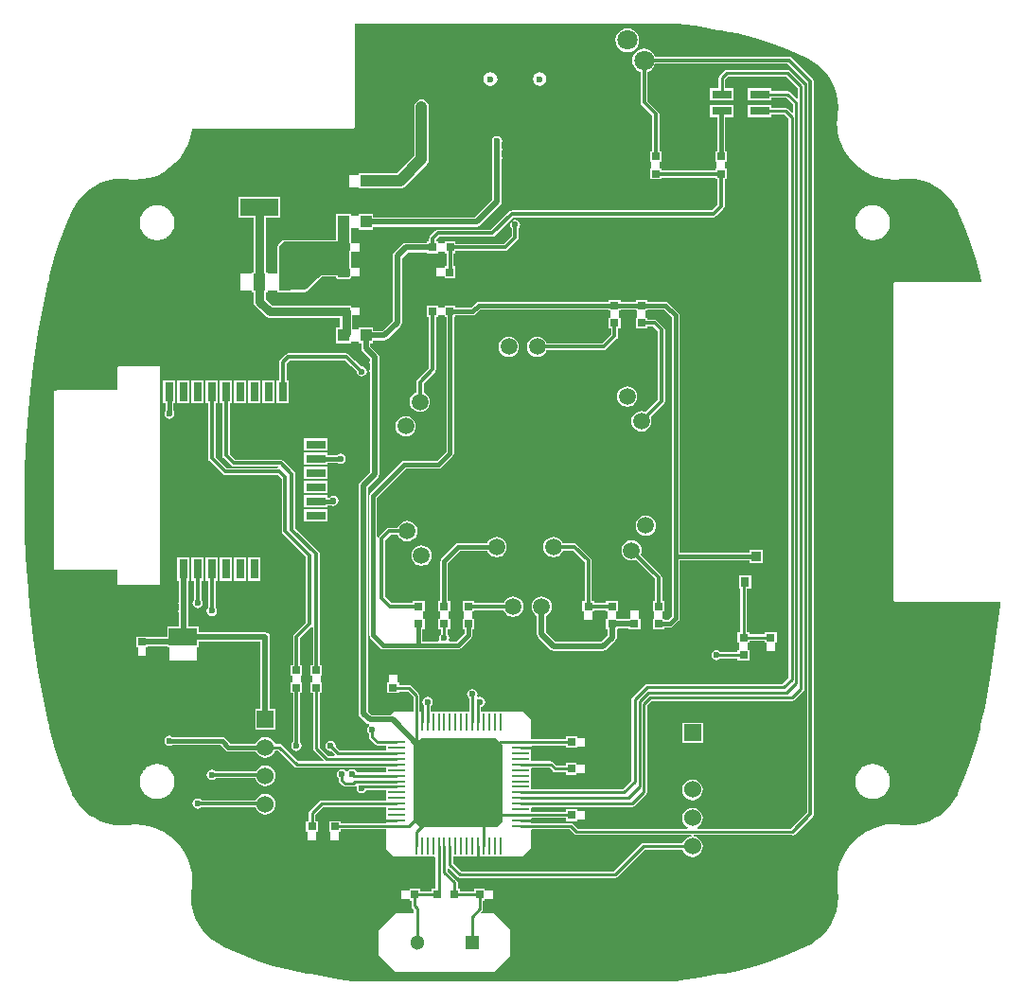
<source format=gtl>
%FSTAX23Y23*%
%MOIN*%
%SFA1B1*%

%IPPOS*%
%ADD10C,0.011810*%
%ADD13C,0.010000*%
%ADD27O,0.009840X0.061020*%
%ADD28O,0.061020X0.009840*%
%ADD29R,0.030000X0.025000*%
%ADD30R,0.025000X0.030000*%
%ADD31R,0.039370X0.043310*%
%ADD32R,0.031500X0.070000*%
%ADD33R,0.070000X0.031500*%
%ADD34R,0.070870X0.031500*%
%ADD35R,0.031500X0.035430*%
%ADD36R,0.035430X0.035430*%
%ADD37R,0.043310X0.061020*%
%ADD38R,0.043310X0.061020*%
%ADD39R,0.135830X0.061020*%
%ADD40R,0.098430X0.062990*%
%ADD62C,0.019680*%
%ADD63C,0.015000*%
%ADD64C,0.030000*%
%ADD65C,0.039370*%
%ADD66R,0.040000X0.216500*%
%ADD67C,0.051180*%
%ADD68R,0.051180X0.051180*%
%ADD69R,0.060000X0.060000*%
%ADD70C,0.060000*%
%ADD71C,0.023620*%
%ADD72C,0.070870*%
%ADD73C,0.059060*%
%LNÑ§Ï°ÐÍºìÍâ×ª·¢Æ÷-1*%
%LPD*%
G36*
X07287Y06624D02*
D01*
X07353Y06615*
X07353Y06615*
X07354Y06615*
X07403Y06607*
X07436Y06601*
X07453Y06599*
X07453Y06598*
X07501Y06589*
X07563Y06573*
X07625Y06553*
X07685Y0653*
X07744Y06504*
X07751Y065*
X07751Y065*
X07762Y06494*
X07783Y06481*
X07801Y06464*
X07818Y06445*
X07832Y06424*
X07843Y06402*
X07851Y06378*
X07856Y06353*
X07858Y06328*
X07856Y06308*
X07856Y06303*
X07855Y06302*
X07855Y06298*
X07854Y06293*
X07854Y06283*
X07853Y06278*
X07853Y06276*
X07853Y06273*
X07855Y06252*
X07855*
X07855Y0625*
X07856Y06247*
X0786Y06224*
X07869Y06199*
X0788Y06175*
X07895Y06153*
X07913Y06133*
X07933Y06115*
X07955Y061*
X07979Y06088*
X08004Y0608*
X0803Y06075*
X08057Y06073*
X08082Y06075*
X08082Y06075*
X08105Y06076*
X0813Y06075*
X08154Y0607*
X08178Y06062*
X082Y06051*
X08221Y06037*
X0824Y06021*
X08256Y06002*
X0827Y05981*
X08277Y05967*
X08279Y05963*
X083Y05915*
X08323Y05856*
X08342Y05795*
X08358Y05733*
X08362Y05716*
X08359Y05712*
X08058Y05712*
X08055Y05712*
X08053Y0571*
X08052Y05708*
X08052Y05706*
Y04595*
X08052Y04592*
X08053Y0459*
X08055Y04589*
X08058Y04588*
X08424*
X08428Y04585*
X08427Y04576*
X08413Y04456*
X08395Y04336*
X08374Y04217*
X0836Y04154*
X0836Y04154*
X08357Y04139*
X08342Y04079*
X08323Y04019*
X083Y0396*
X08279Y03913*
X08277Y03908*
X08275Y03904*
X0827Y03894*
X08256Y03874*
X0824Y03855*
X08221Y03838*
X082Y03825*
X08178Y03814*
X08154Y03806*
X0813Y03801*
X08105Y03799*
X08082Y03801*
X08079Y03801*
X08072Y03802*
X08071Y03802*
X08071Y03802*
X08071Y03802*
X08067Y03802*
X08055Y03803*
X08054Y03803*
X0805Y03803*
Y03803*
Y03803*
X08035Y03802*
X08031Y03802*
X0803Y03802*
X08004Y03796*
X07979Y03788*
X07955Y03776*
X07933Y03761*
X07913Y03744*
X07896Y03724*
X07881Y03702*
X07869Y03678*
X0786Y03653*
X07855Y03627*
X07854Y036*
X07855Y03577*
X07855Y03574*
X07856Y03572*
X07856Y03567*
X07858Y03547*
X07856Y03522*
X07851Y03497*
X07843Y03474*
X07832Y03451*
X07818Y0343*
X07801Y03411*
X07783Y03395*
X07762Y03381*
X07751Y03376*
X07751Y03375*
X07744Y03372*
X07686Y03346*
X07626Y03323*
X07565Y03303*
X07504Y03288*
X07458Y03278*
X07453Y03278*
X07436Y03275*
X0737Y03264*
Y03264*
Y03264*
X0737Y03264*
X07303Y03253*
X07287Y03251*
X06149*
X061Y03258*
X06051Y03266*
X06001Y03275*
X05984Y03278*
X05984Y03278*
X05984Y03278*
X0593Y03289*
X05869Y03304*
X0581Y03323*
X05751Y03346*
X05694Y03371*
X05686Y03375*
X05686Y03376*
X05674Y03382*
X05653Y03395*
X05635Y03412*
X05618Y03431*
X05604Y03451*
X05593Y03474*
X05585Y03497*
X0558Y03522*
X05579Y03547*
X0558Y03567*
X0558Y03572*
X05581Y03577*
X05582Y03583*
X05582Y03583*
Y03583*
X05582Y03583*
X05582Y03588*
X05583Y03601*
X05581Y03624*
X05581Y03627*
X05581Y03629*
X05576Y03653*
X05568Y03678*
X05556Y03702*
X05541Y03723*
X05524Y03743*
X05504Y03761*
X05482Y03775*
X05458Y03787*
X05433Y03796*
X05407Y03801*
X05381Y03802*
X05355Y03801*
X05355Y03801*
X05332Y03799*
X05307Y03801*
X05283Y03806*
X05259Y03814*
X05237Y03825*
X05216Y03838*
X05198Y03855*
X05181Y03874*
X05167Y03894*
X0516Y03908*
X05158Y03913*
X05137Y0396*
X05114Y0402*
X05095Y0408*
X05079Y04142*
X05077Y04154*
X05077Y04154*
X05076Y04159*
X05061Y04227*
X0504Y04343*
X05023Y04459*
X05009Y04576*
X05001Y04675*
X05001Y0468*
X04999Y04697*
X04993Y04817*
X04991Y04937*
X04993Y05057*
X04999Y05177*
X05009Y05297*
X05023Y05416*
X0504Y05534*
X05062Y05653*
X05076Y05717*
X05077Y05721*
X05077Y05721*
X05079Y05733*
X05095Y05795*
X05114Y05856*
X05137Y05915*
X05158Y05963*
X0516Y05967*
X05163Y05971*
X05167Y05981*
X05181Y06002*
X05198Y06021*
X05216Y06037*
X05237Y06051*
X05259Y06062*
X05283Y0607*
X05307Y06075*
X05332Y06076*
X05355Y06075*
X05355Y06075*
X05363Y06074*
X05364Y06074*
X05379Y06073*
X05406Y06075*
X05432Y0608*
X05457Y06088*
X05481Y061*
X05503Y06115*
X05523Y06133*
X05541Y06153*
X05556Y06175*
X05568Y06199*
X05576Y06224*
X05581Y0625*
X05582Y06254*
X06148*
X06151Y06255*
X06153Y06256*
X06154Y06258*
X06155Y06261*
Y06624*
X07287*
X07287Y06624*
G37*
%LNÑ§Ï°ÐÍºìÍâ×ª·¢Æ÷-2*%
%LPC*%
G36*
X07115Y06606D02*
X07104Y06605D01*
X07094Y06601*
X07085Y06594*
X07078Y06585*
X07074Y06575*
X07073Y06565*
X07074Y06554*
X07078Y06544*
X07085Y06535*
X07094Y06528*
X07104Y06524*
X07115Y06523*
X07125Y06524*
X07135Y06528*
X07144Y06535*
X07151Y06544*
X07155Y06554*
X07156Y06565*
X07155Y06575*
X07151Y06585*
X07144Y06594*
X07135Y06601*
X07125Y06605*
X07115Y06606*
G37*
G36*
X06633Y06452D02*
X06623Y0645D01*
X06616Y06445*
X0661Y06437*
X06609Y06428*
X0661Y06419*
X06616Y06411*
X06623Y06406*
X06633Y06404*
X06642Y06406*
X0665Y06411*
X06655Y06419*
X06657Y06428*
X06655Y06437*
X0665Y06445*
X06642Y0645*
X06633Y06452*
G37*
G36*
X06806D02*
X06797Y0645D01*
X06789Y06445*
X06784Y06437*
X06782Y06428*
X06784Y06419*
X06789Y06411*
X06797Y06406*
X06806Y06404*
X06815Y06406*
X06823Y06411*
X06828Y06419*
X0683Y06428*
X06828Y06437*
X06823Y06445*
X06815Y0645*
X06806Y06452*
G37*
G36*
X0639Y06355D02*
X06383Y06355D01*
X06377Y06352*
X06371Y06348*
X06367Y06342*
X06364Y06336*
X06364Y0633*
Y06305*
Y06155*
X06303Y06095*
X0622*
Y06097*
X06168*
Y06091*
X06135*
Y06048*
X06168*
Y06042*
X0622*
Y06043*
X06314*
X06321Y06044*
X06327Y06047*
X06332Y06051*
X06408Y06126*
X06412Y06132*
X06415Y06138*
X06415Y06145*
Y06305*
Y0633*
X06415Y06336*
X06412Y06342*
X06408Y06348*
X06402Y06352*
X06396Y06355*
X0639Y06355*
G37*
G36*
X07979Y05984D02*
X07979D01*
X07979*
X07978Y05984*
X07973*
X07973Y05984*
X07972Y05984*
X07967Y05983*
X07967Y05983*
X07966Y05983*
X07962Y05982*
X07961Y05981*
X0796*
X07956Y0598*
X07955Y05979*
X07955Y05979*
X0795Y05977*
X0795Y05977*
X07949Y05977*
X07945Y05974*
X07945Y05974*
X07944Y05973*
X0794Y05971*
X0794Y0597*
X07939Y0597*
X07936Y05966*
X07935Y05966*
X07935Y05966*
X07932Y05962*
X07931Y05962*
X07931Y05961*
X07928Y05957*
X07928Y05957*
X07927Y05956*
X07925Y05952*
X07925Y05952*
X07924Y05951*
X07922Y05947*
X07922Y05946*
X07922Y05946*
X0792Y05941*
Y0594*
X0792Y0594*
X07919Y05935*
X07919Y05935*
X07918Y05934*
X07918Y05929*
X07918Y05929*
X07917Y05928*
X07917Y05928*
X07917Y05923*
X07917Y05918*
X07917Y05917*
X07918Y05917*
X07918Y05916*
X07918Y05911*
X07919Y05911*
X07919Y0591*
X0792Y05905*
X0792Y05905*
Y05904*
X07922Y059*
X07922Y05899*
X07922Y05899*
X07924Y05894*
X07925Y05894*
X07925Y05893*
X07927Y05889*
X07928Y05888*
X07928Y05888*
X07931Y05884*
X07931Y05884*
X07932Y05883*
X07935Y0588*
X07935Y05879*
X07936Y05879*
X07939Y05875*
X0794Y05875*
X0794Y05874*
X07944Y05872*
X07945Y05871*
X07945Y05871*
X07949Y05868*
X0795Y05868*
X0795Y05868*
X07955Y05866*
X07955Y05866*
X07956Y05866*
X0796Y05864*
X07961*
X07962Y05863*
X07966Y05862*
X07967Y05862*
X07967Y05862*
X07972Y05861*
X07973Y05861*
X07973Y05861*
X07978*
X07979Y05861*
X07979*
X07979*
X07979Y05861*
X07984*
X07985Y05861*
X07986Y05861*
X0799Y05862*
X07991Y05862*
X07991Y05862*
X07996Y05863*
X07997Y05864*
X07997*
X08002Y05866*
X08002Y05866*
X08003Y05866*
X08007Y05868*
X08008Y05868*
X08009Y05868*
X08013Y05871*
X08013Y05871*
X08014Y05872*
X08018Y05874*
X08018Y05875*
X08019Y05875*
X08022Y05879*
X08022Y05879*
X08023Y0588*
X08026Y05883*
X08026Y05884*
X08027Y05884*
X0803Y05888*
X0803Y05888*
X0803Y05889*
X08033Y05893*
X08033Y05894*
X08034Y05894*
X08036Y05899*
X08036Y05899*
X08036Y059*
X08038Y05904*
Y05905*
X08038Y05905*
X08039Y0591*
X08039Y05911*
X08039Y05911*
X0804Y05916*
X0804Y05917*
X0804Y05917*
Y05918*
X0804Y05923*
X0804Y05928*
Y05928*
X0804Y05929*
X0804Y05929*
X08039Y05934*
X08039Y05935*
X08039Y05935*
X08038Y0594*
X08038Y0594*
Y05941*
X08036Y05946*
X08036Y05946*
X08036Y05947*
X08034Y05951*
X08033Y05952*
X08033Y05952*
X0803Y05956*
X0803Y05957*
X0803Y05957*
X08027Y05961*
X08026Y05962*
X08026Y05962*
X08023Y05966*
X08022Y05966*
X08022Y05966*
X08019Y0597*
X08018Y0597*
X08018Y05971*
X08014Y05973*
X08013Y05974*
X08013Y05974*
X08009Y05977*
X08008Y05977*
X08007Y05977*
X08003Y05979*
X08002Y05979*
X08002Y0598*
X07997Y05981*
X07997*
X07996Y05982*
X07991Y05983*
X07991Y05983*
X0799Y05983*
X07986Y05984*
X07985Y05984*
X07984Y05984*
X07979*
X07979Y05984*
G37*
G36*
X05458D02*
X05458D01*
X05458Y05984*
X05453*
X05452Y05984*
X05452Y05984*
X05447Y05983*
X05446Y05983*
X05446Y05983*
X05441Y05982*
X0544Y05981*
X0544*
X05435Y0598*
X05435Y05979*
X05434Y05979*
X0543Y05977*
X05429Y05977*
X05429Y05977*
X05425Y05974*
X05424Y05974*
X05424Y05973*
X0542Y05971*
X05419Y0597*
X05419Y0597*
X05415Y05966*
X05415Y05966*
X05414Y05966*
X05411Y05962*
X05411Y05962*
X0541Y05961*
X05407Y05957*
X05407Y05957*
X05407Y05956*
X05404Y05952*
X05404Y05952*
X05404Y05951*
X05402Y05947*
X05401Y05946*
X05401Y05946*
X05399Y05941*
Y0594*
X05399Y0594*
X05398Y05935*
X05398Y05935*
X05398Y05934*
X05397Y05929*
X05397Y05929*
X05397Y05928*
Y05928*
X05397Y05923*
X05397Y05918*
Y05917*
X05397Y05917*
X05397Y05916*
X05398Y05911*
X05398Y05911*
X05398Y0591*
X05399Y05905*
X05399Y05905*
Y05904*
X05401Y059*
X05401Y05899*
X05402Y05899*
X05404Y05894*
X05404Y05894*
X05404Y05893*
X05407Y05889*
X05407Y05888*
X05407Y05888*
X0541Y05884*
X05411Y05884*
X05411Y05883*
X05414Y0588*
X05415Y05879*
X05415Y05879*
X05419Y05875*
X05419Y05875*
X0542Y05874*
X05424Y05872*
X05424Y05871*
X05425Y05871*
X05429Y05868*
X05429Y05868*
X0543Y05868*
X05434Y05866*
X05435Y05866*
X05435Y05866*
X0544Y05864*
X0544*
X05441Y05863*
X05446Y05862*
X05446Y05862*
X05447Y05862*
X05452Y05861*
X05452Y05861*
X05453Y05861*
X05458*
X05458Y05861*
X05458*
X05459Y05861*
X05464*
X05464Y05861*
X05465Y05861*
X0547Y05862*
X0547Y05862*
X05471Y05862*
X05476Y05863*
X05476Y05864*
X05477*
X05481Y05866*
X05482Y05866*
X05482Y05866*
X05487Y05868*
X05487Y05868*
X05488Y05868*
X05492Y05871*
X05493Y05871*
X05493Y05872*
X05497Y05874*
X05497Y05875*
X05498Y05875*
X05501Y05879*
X05502Y05879*
X05502Y0588*
X05506Y05883*
X05506Y05884*
X05506Y05884*
X05509Y05888*
X05509Y05888*
X0551Y05889*
X05512Y05893*
X05513Y05894*
X05513Y05894*
X05515Y05899*
X05515Y05899*
X05515Y059*
X05517Y05904*
Y05905*
X05518Y05905*
X05519Y0591*
X05519Y05911*
X05519Y05911*
X0552Y05916*
X0552Y05917*
X0552Y05917*
Y05918*
X0552Y05923*
X0552Y05928*
Y05928*
X0552Y05929*
X0552Y05929*
X05519Y05934*
X05519Y05935*
X05519Y05935*
X05518Y0594*
X05517Y0594*
Y05941*
X05515Y05946*
X05515Y05946*
X05515Y05947*
X05513Y05951*
X05513Y05952*
X05512Y05952*
X0551Y05956*
X05509Y05957*
X05509Y05957*
X05506Y05961*
X05506Y05962*
X05506Y05962*
X05502Y05966*
X05502Y05966*
X05501Y05966*
X05498Y0597*
X05497Y0597*
X05497Y05971*
X05493Y05973*
X05493Y05974*
X05492Y05974*
X05488Y05977*
X05487Y05977*
X05487Y05977*
X05482Y05979*
X05482Y05979*
X05481Y0598*
X05477Y05981*
X05476*
X05476Y05982*
X05471Y05983*
X0547Y05983*
X0547Y05983*
X05465Y05984*
X05464Y05984*
X05464Y05984*
X05459*
X05458Y05984*
G37*
G36*
X07174Y06535D02*
X07163Y06534D01*
X07153Y0653*
X07144Y06523*
X07137Y06515*
X07133Y06504*
X07132Y06494*
X07133Y06483*
X07137Y06473*
X07144Y06464*
X07153Y06457*
X07161Y06454*
Y06345*
X07162Y06341*
X07165Y06337*
X07202Y06299*
Y06174*
X07194*
Y06137*
X072*
Y06112*
X07194*
Y06075*
X07236*
Y06081*
X07424*
Y06075*
X07432*
Y05985*
X07413Y05965*
X06708*
X06704Y05964*
X067Y05962*
X06634Y05897*
X06447*
X06442Y05896*
X06439Y05893*
X0642Y05875*
X06417Y05871*
X06416Y05866*
Y05856*
X0641*
Y05851*
X06335*
X06328Y05849*
X06323Y05846*
X06293Y05816*
X0629Y05811*
X06288Y05805*
Y05576*
X06253Y05541*
X0622*
Y05552*
X06168*
Y05546*
X06145*
Y05595*
X06171*
Y05624*
X06142*
Y05631*
X06126*
X06124Y05631*
X05863*
X05841Y05653*
Y05675*
X05847*
Y05683*
X05882*
Y05675*
X05938*
Y05678*
X0598*
X05986Y0568*
X05991Y05683*
X0604Y05732*
X06088*
Y0573*
X0609Y05725*
X06095Y05723*
X06135*
X06139Y05725*
X0614Y05727*
X06142*
Y05734*
X06171*
Y05763*
X06142*
Y05769*
X06141*
Y05814*
X06142*
Y0582*
X06171*
Y05849*
X06142*
Y05856*
X06141*
Y05903*
X06168*
Y05897*
X0622*
Y05908*
X06585*
X06591Y0591*
X06596Y05913*
X06668Y05985*
X06671Y0599*
X06672Y05996*
Y06142*
X06673Y06143*
X06674Y0615*
X06673Y06156*
X06672Y06157*
Y06172*
X06673Y06173*
X06674Y0618*
X06673Y06186*
X06672Y06187*
Y06202*
X06673Y06203*
X06674Y0621*
X06673Y06216*
X06669Y06222*
X06663Y06226*
X06656Y06228*
X06649Y06226*
X06643Y06222*
X0664Y06216*
X06638Y0621*
X0664Y06203*
X0664Y06202*
Y06187*
X0664Y06186*
X06638Y0618*
X0664Y06173*
X0664Y06172*
Y06157*
X0664Y06156*
X06638Y0615*
X0664Y06143*
X0664Y06142*
Y06003*
X06578Y05941*
X0622*
Y05952*
X06168*
Y05946*
X06141*
X06141Y05946*
Y05952*
X06135*
X06135Y05952*
X06095*
X06094Y05952*
X06089*
Y05949*
X06088Y05946*
Y05861*
X05905*
X059Y05859*
X05885Y05844*
X05883Y0584*
Y05748*
X05882*
Y05742*
X05847*
Y05748*
X05841*
Y05941*
X05893*
Y06014*
X05746*
Y05941*
X05798*
Y05748*
X05792*
Y05742*
X05752*
Y05683*
X05792*
Y05675*
X05798*
Y05644*
X058Y05636*
X05804Y05629*
X05839Y05594*
X05846Y0559*
X05854Y05588*
X06102*
Y05552*
X06089*
Y05497*
X06141*
Y05503*
X06168*
Y05497*
X06178*
Y0548*
X06179Y05474*
X06182Y05469*
X06208Y05443*
Y05437*
X06208Y05436*
X06206Y0543*
X06208Y05423*
X06208Y05422*
Y05408*
X06208Y05407*
X06206Y054*
X06208Y05393*
X06208Y05392*
Y05041*
X06173Y05006*
X0617Y05001*
X06168Y04995*
Y04194*
X0617Y04187*
X06173Y04182*
X06195Y0416*
X062Y04157*
X06205Y04156*
X06206Y04151*
X06203Y04148*
X06199Y04142*
X06197Y04136*
X06199Y04129*
X06203Y04123*
X06204Y04122*
Y04111*
X06205Y04107*
X06208Y04103*
X06227Y04084*
X0623Y04082*
X06235Y04081*
X06266*
Y04074*
X06265Y04072*
X06266Y04071*
Y04064*
X06101*
X06087Y04078*
X06088Y0408*
X06086Y04086*
X06082Y04092*
X06076Y04096*
X0607Y04098*
X06063Y04096*
X06057Y04092*
X06053Y04086*
X06051Y0408*
X06053Y04073*
X06057Y04067*
X06063Y04063*
X0607Y04061*
X06071Y04062*
X06084Y04049*
X06082Y04044*
X06061*
X06031Y04074*
Y04265*
X0604*
Y04302*
X06034*
Y04327*
X0604*
Y04364*
X06031*
Y04755*
X06031Y04759*
X06028Y04763*
X05945Y04846*
Y05036*
X05944Y05041*
X05942Y05045*
X05903Y05083*
X05899Y05086*
X05895Y05087*
X05735*
X05714Y05108*
Y05286*
X05723*
Y05368*
X0568*
Y05286*
X05689*
Y05102*
X0569Y05098*
X05693Y05094*
X05721Y05066*
X05725Y05063*
X0573Y05062*
X05885*
X05886Y05062*
X05886Y05062*
X05883Y05057*
X05705*
X05664Y05098*
Y05286*
X05673*
Y05368*
X0563*
Y05286*
X05639*
Y05092*
X0564Y05088*
X05643Y05084*
X05691Y05036*
X05695Y05033*
X057Y05032*
X05884*
X05897Y05019*
Y04835*
X05898Y0483*
X05901Y04826*
X05982Y04744*
Y04514*
X05941Y04472*
X05938Y04468*
X05937Y04463*
Y04364*
X05928*
Y04327*
X05935*
Y04302*
X05928*
Y04265*
X05937*
Y04093*
X05936Y04092*
X05933Y04086*
X05931Y0408*
X05933Y04073*
X05936Y04067*
X05942Y04063*
X05949Y04061*
X05956Y04063*
X05962Y04067*
X05966Y04073*
X05967Y0408*
X05966Y04086*
X05962Y04092*
X05961Y04093*
Y04265*
X0597*
Y04302*
X05964*
Y04327*
X0597*
Y04364*
X05961*
Y04458*
X06002Y04499*
X06006Y04498*
X06007Y04497*
Y04364*
X05998*
Y04327*
X06005*
Y04302*
X05998*
Y04265*
X06008*
Y0407*
X06009Y04065*
X06011Y04062*
X06044Y0403*
X06041Y04025*
X05955*
X05898Y04082*
X05894Y04085*
X0589Y04085*
X05874*
X05871Y04092*
X05865Y041*
X05858Y04106*
X05849Y04109*
X0584Y04111*
X0583Y04109*
X05821Y04106*
X05814Y041*
X05808Y04092*
X05806Y04088*
X05716*
X05697Y04107*
X05692Y0411*
X05687Y04111*
X05513*
X05509Y04114*
X05502Y04115*
X05495Y04114*
X05489Y0411*
X05485Y04104*
X05484Y04097*
X05485Y0409*
X05489Y04084*
X05495Y0408*
X05502Y04079*
X05509Y0408*
X05513Y04083*
X05681*
X057Y04064*
X05705Y04061*
X0571Y0406*
X05806*
X05808Y04056*
X05814Y04049*
X05821Y04043*
X0583Y04039*
X0584Y04038*
X05849Y04039*
X05858Y04043*
X05865Y04049*
X05871Y04056*
X05874Y04063*
X05885*
X05943Y04005*
X05946Y04003*
X05951Y04002*
X06266*
Y03995*
X06265Y03994*
X06266Y03992*
Y03985*
X06161*
X06161Y03986*
X06157Y03992*
X06151Y03996*
X06145Y03997*
X06138Y03996*
X06132Y03992*
X0613Y03989*
X06124*
X06122Y03992*
X06116Y03996*
X0611Y03997*
X06103Y03996*
X06097Y03992*
X06093Y03986*
X06091Y03979*
X06093Y03972*
X06097Y03966*
X06098Y03965*
Y03958*
X06099Y03954*
X06102Y0395*
X06113Y03939*
X06117Y03936*
X06121Y03935*
Y03935*
X06148*
Y03935*
X06152Y03936*
X06156Y03939*
X06157Y0394*
X06158Y0394*
X06159Y0394*
X06162Y03934*
X06161Y03931*
X06163Y03924*
X06167Y03918*
X06173Y03914*
X0618Y03912*
X06186Y03914*
X06192Y03918*
X06196Y03923*
X06266*
Y03916*
X06265Y03915*
X06266Y03914*
Y03897*
X06265Y03895*
X06266Y03894*
Y03887*
X06037*
X06032Y03886*
X06029Y03884*
X05996Y0385*
X05993Y03847*
X05992Y03843*
Y03814*
X05983*
Y03777*
X05989*
Y03748*
X06018*
Y03777*
X06025*
Y03814*
X06015*
Y03838*
X06041Y03864*
X06266*
Y03857*
X06265Y03856*
X06266Y03855*
Y03837*
X06265Y03836*
X06266Y03835*
Y03808*
X06106*
Y03814*
X06064*
Y03777*
X0607*
Y03748*
X06099*
Y03777*
X06106*
Y03786*
X06266*
Y03716*
X06292Y0369*
X06436*
X06439Y03686*
Y03576*
X06425*
Y03566*
X06384*
Y03576*
X06347*
Y03569*
X06318*
Y0354*
X06347*
Y03534*
X06354*
Y03516*
X06355Y03511*
X06358Y03508*
X06363Y03502*
Y03489*
X06299*
X06239Y03429*
Y03341*
X06298Y03282*
X06644*
X06703Y03341*
Y03431*
X06645Y03489*
X066*
X06598Y03493*
X06601Y03497*
X06604Y035*
X06605Y03505*
Y03534*
X06612*
Y0354*
X06641*
Y03569*
X06612*
Y03576*
X06575*
Y03566*
X06524*
Y03576*
X06517*
Y03599*
X06516Y03603*
X06513Y03606*
X06482Y03638*
Y03646*
X06487Y03648*
X06517Y03618*
X0652Y03615*
X06525Y03614*
X07072*
X07076Y03615*
X07079Y03618*
X07175Y03713*
X0731*
X07313Y03706*
X07319Y03699*
X07326Y03693*
X07335Y03689*
X07345Y03688*
X07354Y03689*
X07363Y03693*
X0737Y03699*
X07376Y03706*
X0738Y03715*
X07381Y03725*
X0738Y03734*
X07376Y03743*
X0737Y0375*
X07363Y03756*
X07354Y0376*
X07349Y0376*
X07349Y03765*
X07692*
X07697Y03764*
X07701Y03765*
X07705Y03768*
X07768Y03831*
X07771Y03835*
X07772Y0384*
Y0642*
X07771Y06424*
X07768Y06428*
X07694Y06502*
X0769Y06505*
X07685Y06506*
X07213*
X0721Y06515*
X07203Y06523*
X07194Y0653*
X07184Y06534*
X07174Y06535*
G37*
G36*
X0592Y05462D02*
X05915Y05461D01*
X05911Y05458*
X05893Y0544*
X0589Y05436*
X05889Y05431*
Y05368*
X0588*
Y05286*
X05923*
Y05368*
X05914*
Y05426*
X05925Y05437*
X0612*
X06161Y05399*
X06161Y05398*
X06163Y05391*
X06167Y05386*
X06173Y05382*
X0618Y0538*
X06186Y05382*
X06192Y05386*
X06196Y05391*
X06198Y05398*
X06196Y05405*
X06192Y05411*
X06186Y05415*
X0618Y05417*
X06178Y05416*
X06133Y05458*
X06131Y0546*
X06129Y05461*
X06129Y05461*
X06129Y05461*
X06126Y05461*
X06124Y05462*
X0592*
G37*
G36*
X05873Y05368D02*
X0583D01*
Y05286*
X05873*
Y05368*
G37*
G36*
X05823D02*
X0578D01*
Y05286*
X05823*
Y05368*
G37*
G36*
X05773D02*
X0573D01*
Y05286*
X05773*
Y05368*
G37*
G36*
X05623D02*
X0558D01*
Y05286*
X05623*
Y05368*
G37*
G36*
X05573D02*
X0553D01*
Y05286*
X05573*
Y05368*
G37*
G36*
X05523D02*
X0548D01*
Y05286*
X05488*
Y0526*
X05485Y05256*
X05484Y0525*
X05485Y05243*
X05489Y05237*
X05495Y05233*
X05502Y05231*
X05509Y05233*
X05515Y05237*
X05519Y05243*
X0552Y0525*
X05519Y05256*
X05515Y05262*
Y05286*
X05523*
Y05368*
G37*
G36*
X06058Y05162D02*
X05976D01*
Y05119*
X06058*
Y05162*
G37*
G36*
Y05112D02*
X05976D01*
Y05069*
X06058*
Y05077*
X06093*
X06098Y05074*
X06105Y05072*
X06111Y05074*
X06117Y05078*
X06121Y05084*
X06123Y0509*
X06121Y05097*
X06117Y05103*
X06111Y05107*
X06105Y05109*
X06098Y05107*
X06093Y05104*
X06058*
Y05112*
G37*
G36*
Y05062D02*
X05976D01*
Y05019*
X06058*
Y05062*
G37*
G36*
Y05012D02*
X05976D01*
Y04969*
X06058*
Y05012*
G37*
G36*
Y04962D02*
X05976D01*
Y04919*
X06058*
Y04927*
X06071*
X06073Y04926*
X0608Y04924*
X06086Y04926*
X06092Y0493*
X06096Y04936*
X06098Y04943*
X06096Y04949*
X06092Y04955*
X06086Y04959*
X0608Y04961*
X06073Y04959*
X06067Y04955*
X06066Y04954*
X06058*
Y04962*
G37*
G36*
Y04912D02*
X05976D01*
Y04869*
X06058*
Y04912*
G37*
G36*
X05823Y04743D02*
X0578D01*
Y04661*
X05823*
Y04743*
G37*
G36*
X05773D02*
X0573D01*
Y04661*
X05773*
Y04743*
G37*
G36*
X05723D02*
X0568D01*
Y04661*
X05723*
Y04743*
G37*
G36*
X0547Y05415D02*
X05322D01*
X0532Y05412*
Y05334*
X0511*
X05106Y05333*
X05103Y05331*
X05094*
Y047*
X0532*
Y04645*
X05465*
X0547Y04649*
Y05415*
G37*
G36*
X05623Y04743D02*
X0558D01*
Y04661*
X05589*
Y04595*
X05589Y04594*
X05585Y04588*
X05583Y04582*
X05585Y04575*
X05589Y04569*
X05595Y04565*
X05602Y04563*
X05608Y04565*
X05614Y04569*
X05618Y04575*
X0562Y04582*
X05618Y04588*
X05614Y04594*
X05614Y04595*
Y04661*
X05623*
Y04743*
G37*
G36*
X05673D02*
X0563D01*
Y04661*
X05639*
Y04568*
X05639Y04568*
X05635Y04562*
X05633Y04555*
X05635Y04548*
X05639Y04542*
X05645Y04538*
X05652Y04537*
X05658Y04538*
X05664Y04542*
X05668Y04548*
X0567Y04555*
X05668Y04562*
X05664Y04568*
X05664Y04568*
Y04661*
X05673*
Y04743*
G37*
G36*
X05573D02*
X0553D01*
Y04661*
X05535*
Y04589*
X05535Y04588*
X05533Y04582*
X05535Y04575*
X05535Y04574*
Y04561*
X05535Y0456*
X05533Y04554*
X05535Y04547*
X05535Y04546*
Y04501*
X05494*
Y04462*
X05426*
Y04464*
X05384*
Y04427*
X05391*
Y04398*
X0542*
Y04427*
X05426*
Y04429*
X05494*
Y04426*
X05501*
Y04379*
X05599*
Y04426*
X05605*
Y04447*
X05823*
Y0421*
X05804*
Y04138*
X05876*
Y0421*
X05856*
Y04464*
X05854Y0447*
X05851Y04475*
X05846Y04478*
X0584Y0448*
X05605*
Y04501*
X05568*
Y04546*
X05568Y04547*
X0557Y04554*
X05568Y0456*
X05568Y04561*
Y04574*
X05568Y04575*
X0557Y04582*
X05568Y04588*
X05568Y04589*
Y04661*
X05573*
Y04743*
G37*
G36*
X07979Y04015D02*
X07979D01*
X07979*
X07978Y04015*
X07973*
X07973Y04015*
X07972Y04015*
X07967Y04014*
X07967Y04014*
X07966Y04014*
X07962Y04013*
X07961Y04013*
X0796*
X07956Y04011*
X07955Y04011*
X07955Y0401*
X0795Y04008*
X0795Y04008*
X07949Y04008*
X07945Y04005*
X07945Y04005*
X07944Y04005*
X0794Y04002*
X0794Y04001*
X07939Y04001*
X07936Y03998*
X07935Y03997*
X07935Y03997*
X07932Y03993*
X07931Y03993*
X07931Y03992*
X07928Y03988*
X07928Y03988*
X07927Y03987*
X07925Y03983*
X07925Y03983*
X07924Y03982*
X07922Y03978*
X07922Y03977*
X07922Y03977*
X0792Y03972*
Y03972*
X0792Y03971*
X07919Y03966*
X07919Y03966*
X07918Y03965*
X07918Y0396*
X07918Y0396*
X07917Y03959*
Y03959*
X07917Y03954*
X07917Y03949*
X07917Y03948*
X07918Y03948*
X07918Y03947*
X07918Y03942*
X07919Y03942*
X07919Y03941*
X0792Y03936*
X0792Y03936*
Y03935*
X07922Y03931*
X07922Y0393*
X07922Y0393*
X07924Y03925*
X07925Y03925*
X07925Y03924*
X07927Y0392*
X07928Y0392*
X07928Y03919*
X07931Y03915*
X07931Y03915*
X07932Y03914*
X07935Y03911*
X07935Y0391*
X07936Y0391*
X07939Y03906*
X0794Y03906*
X0794Y03906*
X07944Y03903*
X07945Y03903*
X07945Y03902*
X07949Y039*
X0795Y03899*
X0795Y03899*
X07955Y03897*
X07955Y03897*
X07956Y03897*
X0796Y03895*
X07961*
X07962Y03894*
X07966Y03894*
X07967Y03893*
X07967Y03893*
X07972Y03892*
X07973Y03892*
X07973Y03892*
X07978*
X07979Y03892*
X07979*
X07979*
X07979Y03892*
X07984*
X07985Y03892*
X07986Y03892*
X0799Y03893*
X07991Y03893*
X07991Y03894*
X07996Y03894*
X07997Y03895*
X07997*
X08002Y03897*
X08002Y03897*
X08003Y03897*
X08007Y03899*
X08008Y03899*
X08009Y039*
X08013Y03902*
X08013Y03903*
X08014Y03903*
X08018Y03906*
X08018Y03906*
X08019Y03906*
X08022Y0391*
X08022Y0391*
X08023Y03911*
X08026Y03914*
X08026Y03915*
X08027Y03915*
X0803Y03919*
X0803Y0392*
X0803Y0392*
X08033Y03924*
X08033Y03925*
X08034Y03925*
X08036Y0393*
X08036Y0393*
X08036Y03931*
X08038Y03935*
Y03936*
X08038Y03936*
X08039Y03941*
X08039Y03942*
X08039Y03942*
X0804Y03947*
X0804Y03948*
X0804Y03948*
Y03949*
X0804Y03954*
X0804Y03959*
Y03959*
X0804Y0396*
X0804Y0396*
X08039Y03965*
X08039Y03966*
X08039Y03966*
X08038Y03971*
X08038Y03972*
Y03972*
X08036Y03977*
X08036Y03977*
X08036Y03978*
X08034Y03982*
X08033Y03983*
X08033Y03983*
X0803Y03987*
X0803Y03988*
X0803Y03988*
X08027Y03992*
X08026Y03993*
X08026Y03993*
X08023Y03997*
X08022Y03997*
X08022Y03998*
X08019Y04001*
X08018Y04001*
X08018Y04002*
X08014Y04005*
X08013Y04005*
X08013Y04005*
X08009Y04008*
X08008Y04008*
X08007Y04008*
X08003Y0401*
X08002Y04011*
X08002Y04011*
X07997Y04013*
X07997*
X07996Y04013*
X07991Y04014*
X07991Y04014*
X0799Y04014*
X07986Y04015*
X07985Y04015*
X07984Y04015*
X07979Y04015*
X07979Y04015*
G37*
G36*
X05458D02*
X05458D01*
X05458Y04015*
X05453*
X05452Y04015*
X05452Y04015*
X05447Y04014*
X05446Y04014*
X05446Y04014*
X05441Y04013*
X0544Y04013*
X0544*
X05435Y04011*
X05435Y04011*
X05434Y0401*
X0543Y04008*
X05429Y04008*
X05429Y04008*
X05425Y04005*
X05424Y04005*
X05424Y04005*
X0542Y04002*
X05419Y04001*
X05419Y04001*
X05415Y03998*
X05415Y03997*
X05414Y03997*
X05411Y03993*
X05411Y03993*
X0541Y03992*
X05407Y03988*
X05407Y03988*
X05407Y03987*
X05404Y03983*
X05404Y03983*
X05404Y03982*
X05402Y03978*
X05401Y03977*
X05401Y03977*
X05399Y03972*
Y03972*
X05399Y03971*
X05398Y03966*
X05398Y03966*
X05398Y03965*
X05397Y0396*
X05397Y0396*
X05397Y03959*
Y03959*
X05397Y03954*
X05397Y03949*
Y03948*
X05397Y03948*
X05397Y03947*
X05398Y03942*
X05398Y03942*
X05398Y03941*
X05399Y03936*
X05399Y03936*
Y03935*
X05401Y03931*
X05401Y0393*
X05402Y0393*
X05404Y03925*
X05404Y03925*
X05404Y03924*
X05407Y0392*
X05407Y0392*
X05407Y03919*
X0541Y03915*
X05411Y03915*
X05411Y03914*
X05414Y03911*
X05415Y0391*
X05415Y0391*
X05419Y03906*
X05419Y03906*
X0542Y03906*
X05424Y03903*
X05424Y03903*
X05425Y03902*
X05429Y039*
X05429Y03899*
X0543Y03899*
X05434Y03897*
X05435Y03897*
X05435Y03897*
X0544Y03895*
X0544*
X05441Y03894*
X05446Y03894*
X05446Y03893*
X05447Y03893*
X05452Y03892*
X05452Y03892*
X05453Y03892*
X05458*
X05458Y03892*
X05458*
X05459Y03892*
X05464*
X05464Y03892*
X05465Y03892*
X0547Y03893*
X0547Y03893*
X05471Y03894*
X05476Y03894*
X05476Y03895*
X05477*
X05481Y03897*
X05482Y03897*
X05482Y03897*
X05487Y03899*
X05487Y03899*
X05488Y039*
X05492Y03902*
X05493Y03903*
X05493Y03903*
X05497Y03906*
X05497Y03906*
X05498Y03906*
X05501Y0391*
X05502Y0391*
X05502Y03911*
X05506Y03914*
X05506Y03915*
X05506Y03915*
X05509Y03919*
X05509Y0392*
X0551Y0392*
X05512Y03924*
X05513Y03925*
X05513Y03925*
X05515Y0393*
X05515Y0393*
X05515Y03931*
X05517Y03935*
Y03936*
X05518Y03936*
X05519Y03941*
X05519Y03942*
X05519Y03942*
X0552Y03947*
X0552Y03948*
X0552Y03948*
Y03949*
X0552Y03954*
X0552Y03959*
Y03959*
X0552Y0396*
X0552Y0396*
X05519Y03965*
X05519Y03966*
X05519Y03966*
X05518Y03971*
X05517Y03972*
Y03972*
X05515Y03977*
X05515Y03977*
X05515Y03978*
X05513Y03982*
X05513Y03983*
X05512Y03983*
X0551Y03987*
X05509Y03988*
X05509Y03988*
X05506Y03992*
X05506Y03993*
X05506Y03993*
X05502Y03997*
X05502Y03997*
X05501Y03998*
X05498Y04001*
X05497Y04001*
X05497Y04002*
X05493Y04005*
X05493Y04005*
X05492Y04005*
X05488Y04008*
X05487Y04008*
X05487Y04008*
X05482Y0401*
X05482Y04011*
X05481Y04011*
X05477Y04013*
X05476*
X05476Y04013*
X05471Y04014*
X0547Y04014*
X0547Y04014*
X05465Y04015*
X05464Y04015*
X05464Y04015*
X05459Y04015*
X05458Y04015*
G37*
G36*
X0584Y04011D02*
X0583Y04009D01*
X05821Y04006*
X05814Y04*
X05808Y03992*
X05807Y03989*
X05665*
X05664Y0399*
X05658Y03994*
X05652Y03995*
X05645Y03994*
X05639Y0399*
X05635Y03984*
X05633Y03977*
X05635Y0397*
X05639Y03964*
X05645Y0396*
X05652Y03959*
X05658Y0396*
X05664Y03964*
X05665Y03965*
X05804*
X05808Y03956*
X05814Y03949*
X05821Y03943*
X0583Y03939*
X0584Y03938*
X05849Y03939*
X05858Y03943*
X05865Y03949*
X05871Y03956*
X05875Y03965*
X05876Y03974*
X05875Y03984*
X05871Y03992*
X05865Y04*
X05858Y04006*
X05849Y04009*
X0584Y04011*
G37*
G36*
Y03911D02*
X0583Y03909D01*
X05821Y03906*
X05814Y039*
X05808Y03892*
X05806Y03888*
X05615*
X05614Y03889*
X05608Y03893*
X05602Y03894*
X05595Y03893*
X05589Y03889*
X05585Y03883*
X05583Y03876*
X05585Y03869*
X05589Y03863*
X05595Y03859*
X05602Y03858*
X05608Y03859*
X05614Y03863*
X05615Y03864*
X05805*
X05808Y03856*
X05814Y03849*
X05821Y03843*
X0583Y03839*
X0584Y03838*
X05849Y03839*
X05858Y03843*
X05865Y03849*
X05871Y03856*
X05875Y03865*
X05876Y03874*
X05875Y03884*
X05871Y03892*
X05865Y039*
X05858Y03906*
X05849Y03909*
X0584Y03911*
G37*
%LNÑ§Ï°ÐÍºìÍâ×ª·¢Æ÷-3*%
%LPD*%
G36*
X06125Y0585D02*
X06124Y05849D01*
Y05748*
X06033*
X05976Y05691*
X0589Y05698*
Y0584*
X05905Y05855*
X0612*
X06125Y0585*
G37*
G36*
X07747Y06414D02*
Y03845D01*
X07691Y03788*
X07363*
X07362Y03793*
X07363Y03793*
X0737Y03799*
X07376Y03806*
X0738Y03815*
X07381Y03825*
X0738Y03834*
X07376Y03843*
X0737Y0385*
X07363Y03856*
X07354Y0386*
X07345Y03861*
X07335Y0386*
X07326Y03856*
X07319Y0385*
X07313Y03843*
X07309Y03834*
X07308Y03825*
X07309Y03815*
X07313Y03806*
X07319Y03799*
X07326Y03793*
X07327Y03793*
X07326Y03788*
X0694*
X06923Y03805*
X06919Y03807*
X06915Y03808*
X06776*
Y03821*
X06779Y03825*
X069*
Y03814*
X06937*
Y0382*
X06966*
Y03849*
X06937*
Y03856*
X069*
Y03847*
X06776*
Y03861*
X06779Y03864*
X07133*
X07137Y03865*
X07141Y03868*
X0718Y03908*
X07183Y03911*
X07184Y03916*
Y04223*
X07198Y04238*
X07694*
X07698Y04239*
X07702Y04241*
X07734Y04273*
X07737Y04277*
X07738Y04281*
Y06403*
X07737Y06407*
X07734Y06411*
X07687Y06457*
X07684Y0646*
X0768Y06461*
X07465*
X0746Y0646*
X07457Y06457*
X0744Y06441*
X07437Y06437*
X07436Y06433*
Y06396*
X07406*
Y06352*
X07489*
Y06396*
X07459*
Y06428*
X07469Y06438*
X07675*
X07715Y06398*
Y06361*
X07711Y06359*
X07688Y06382*
X07684Y06384*
X0768Y06385*
X07623*
Y06396*
X0754*
Y06352*
X07623*
Y06363*
X07675*
X07698Y0634*
Y06311*
X07694Y06309*
X0768Y06323*
X07676Y06325*
X07672Y06326*
X07623*
Y06337*
X0754*
Y06293*
X07623*
Y06304*
X07667*
X07682Y06289*
Y04318*
X0766Y04296*
X07184*
X07179Y04295*
X07176Y04292*
X07133Y04249*
X0713Y04246*
X07129Y04242*
Y03958*
X07097Y03926*
X06776*
Y03999*
X06779Y04002*
X06841*
X06853Y03991*
X06856Y03988*
X06861Y03987*
Y03987*
X06898*
Y03978*
X06935*
Y03984*
X06965*
Y04013*
X06935*
Y0402*
X06898*
Y0401*
X06865*
X06854Y04021*
X0685Y04024*
X06846Y04025*
X06776*
Y04078*
X06779Y04081*
X069*
Y04072*
X06937*
Y04078*
X06966*
Y04107*
X06937*
Y04114*
X069*
Y04104*
X06776*
Y04173*
X06749Y042*
X066*
Y04217*
X06602Y04217*
X06608Y04221*
X06612Y04227*
X06614Y04234*
X06612Y04241*
X06608Y04247*
X06602Y04251*
X06596Y04252*
X06589Y04251*
X06587Y04253*
X06585Y04255*
X06587Y04262*
X06585Y04268*
X06581Y04274*
X06575Y04278*
X06569Y0428*
X06562Y04278*
X06556Y04274*
X06552Y04268*
X0655Y04262*
X06552Y04255*
X06556Y04249*
X06558Y04247*
Y04203*
X06554Y042*
X06422*
Y0422*
X06424Y04221*
X06428Y04227*
X06429Y04234*
X06428Y04241*
X06424Y04247*
X06418Y04251*
X06411Y04252*
X06404Y04251*
X06398Y04247*
X06394Y04241*
X06393Y04234*
X06394Y04227*
X06398Y04221*
X064Y0422*
Y04203*
X06396Y042*
X06383*
Y04257*
X06382Y04261*
X0638Y04264*
X06354Y0429*
X0635Y04293*
X06346Y04294*
X06311*
Y04302*
X06304*
Y04331*
X06275*
Y04302*
X06269*
Y04265*
X06311*
Y04271*
X06341*
X06361Y04252*
Y04203*
X06357Y042*
X06293*
X06281Y04188*
X06213*
X06201Y042*
Y04988*
X06236Y05023*
X06239Y05028*
X06241Y05035*
Y05392*
X06241Y05393*
X06243Y054*
X06241Y05407*
X06241Y05408*
Y05422*
X06241Y05423*
X06243Y0543*
X06241Y05436*
X06241Y05437*
Y0545*
X06239Y05456*
X06236Y05461*
X0621Y05487*
Y05497*
X0622*
Y05508*
X0626*
X06266Y0551*
X06271Y05513*
X06316Y05558*
X06319Y05563*
X06321Y0557*
Y05798*
X06341Y05818*
X0641*
Y05814*
X06447*
Y0582*
X06472*
Y05814*
X06478*
Y05769*
X06472*
Y05763*
X06443*
Y05734*
X06472*
Y05727*
X06509*
Y05769*
X06503*
Y05814*
X06509*
Y05822*
X06685*
X06689Y05823*
X06693Y05826*
X06728Y05861*
X06731Y05865*
X06732Y0587*
Y05901*
X06733Y05902*
X06736Y05908*
X06738Y05915*
X06736Y05921*
X06733Y05927*
X06727Y05931*
X0672Y05933*
X06713Y05931*
X06707Y05927*
X06703Y05921*
X06702Y05915*
X06703Y05908*
X06707Y05902*
X06708Y05901*
Y05875*
X06679Y05847*
X06509*
Y05856*
X06472*
Y05849*
X06447*
Y05856*
X06441*
Y05861*
X06452Y05872*
X0664*
X06644Y05873*
X06648Y05876*
X06713Y05941*
X07418*
X07423Y05942*
X07427Y05945*
X07453Y05971*
X07456Y05975*
X07457Y0598*
Y06075*
X07466*
Y06112*
X07459*
Y06137*
X07466*
Y06174*
X07458*
Y06293*
X07489*
Y06337*
X07406*
Y06293*
X07431*
Y06174*
X07424*
Y06137*
X0743*
Y06112*
X07424*
Y06106*
X07236*
Y06112*
X07229*
Y06137*
X07236*
Y06174*
X07227*
Y06305*
X07226Y06309*
X07223Y06313*
X07186Y0635*
Y06454*
X07194Y06457*
X07203Y06464*
X0721Y06473*
X07213Y06482*
X0768*
X07747Y06414*
G37*
G36*
X06652Y04105D02*
X06675Y04082D01*
Y03812*
X06655Y03792*
X06384*
X06362Y03814*
Y0408*
X06387Y04105*
X06652*
G37*
G36*
X06927Y03769D02*
D01*
X06931Y03766*
X06935Y03765*
X0734*
X07341Y0376*
X07335Y0376*
X07326Y03756*
X07319Y0375*
X07313Y03743*
X0731Y03736*
X07171*
X07166Y03735*
X07163Y03732*
X07067Y03637*
X06529*
X06501Y03665*
Y0369*
X06747*
X06776Y03719*
Y03782*
X06779Y03786*
X0691*
X06927Y03769*
G37*
%LNÑ§Ï°ÐÍºìÍâ×ª·¢Æ÷-4*%
%LPC*%
G36*
X07186Y05649D02*
X07144D01*
Y05644*
X07091*
Y05649*
X07049*
Y05644*
X06591*
X06585Y05643*
X06581Y0564*
X06564Y05623*
X06509*
Y05631*
X06472*
Y05624*
X06447*
Y05631*
X0641*
Y05589*
X06416*
Y0541*
X06376Y05369*
X06373Y05365*
X06372Y05361*
Y05325*
X06367Y05322*
X06359Y05316*
X06353Y05309*
X0635Y053*
X06349Y05291*
X0635Y05282*
X06353Y05273*
X06359Y05266*
X06367Y0526*
X06375Y05256*
X06385Y05255*
X06394Y05256*
X06402Y0526*
X0641Y05266*
X06416Y05273*
X06419Y05282*
X0642Y05291*
X06419Y053*
X06416Y05309*
X0641Y05316*
X06402Y05322*
X06397Y05325*
Y05356*
X06437Y05396*
X0644Y054*
X06441Y05405*
Y05589*
X06447*
Y05595*
X06472*
Y05589*
X06477*
Y05116*
X06444Y05083*
X0633*
X06324Y05082*
X0632Y05079*
X0621Y04969*
X06207Y04965*
X06206Y0496*
Y0447*
X06207Y04464*
X0621Y0446*
X06245Y04424*
X0625Y04421*
X06255Y0442*
X06518*
X06523Y04421*
X06528Y04424*
X06564Y04461*
X06567Y04465*
X06568Y04471*
Y0449*
X06576*
Y04527*
X06569*
Y04552*
X06576*
Y04558*
X06679*
X06681Y04552*
X06687Y04544*
X06695Y04538*
X06703Y04535*
X06713Y04534*
X06722Y04535*
X0673Y04538*
X06738Y04544*
X06744Y04552*
X06747Y0456*
X06748Y0457*
X06747Y04579*
X06744Y04587*
X06738Y04595*
X0673Y04601*
X06722Y04604*
X06713Y04605*
X06703Y04604*
X06695Y04601*
X06687Y04595*
X06681Y04587*
X06679Y04583*
X06576*
Y04589*
X06534*
Y04552*
X0654*
Y04527*
X06534*
Y0449*
X06541*
Y04476*
X06512Y04448*
X06489*
X06486Y04452*
X06486Y04453*
X06488Y0446*
X06486Y04466*
X06482Y04472*
X06481Y04473*
Y0449*
X06491*
Y04527*
X06484*
Y04552*
X06491*
Y04589*
X06483*
Y04723*
X06526Y04766*
X06622*
X06623Y04762*
X06629Y04754*
X06637Y04748*
X06645Y04745*
X06655Y04744*
X06664Y04745*
X06672Y04748*
X0668Y04754*
X06686Y04762*
X06689Y0477*
X0669Y0478*
X06689Y04789*
X06686Y04797*
X0668Y04805*
X06672Y04811*
X06664Y04814*
X06655Y04815*
X06645Y04814*
X06637Y04811*
X06629Y04805*
X06623Y04797*
X06622Y04793*
X0652*
X06515Y04792*
X0651Y04789*
X0646Y04739*
X06457Y04734*
X06456Y04729*
Y04589*
X06449*
Y04552*
X06455*
Y04527*
X06449*
Y0449*
X06458*
Y04473*
X06457Y04472*
X06453Y04466*
X06451Y0446*
X06453Y04453*
X06453Y04452*
X0645Y04448*
X06393*
Y0449*
X06401*
Y04527*
X06394*
Y04552*
X06401*
Y04589*
X06359*
Y04583*
X06284*
X06262Y04605*
Y04804*
X06281Y04824*
X06306*
X06308Y04818*
X06314Y04811*
X06322Y04805*
X0633Y04801*
X0634Y048*
X06349Y04801*
X06357Y04805*
X06365Y04811*
X06371Y04818*
X06374Y04827*
X06375Y04836*
X06374Y04845*
X06371Y04854*
X06365Y04861*
X06357Y04867*
X06349Y04871*
X0634Y04872*
X0633Y04871*
X06322Y04867*
X06314Y04861*
X06308Y04854*
X06306Y04848*
X06276*
X06271Y04847*
X06268Y04845*
X06241Y04818*
X06238Y04814*
X06238Y04814*
X06233Y04815*
Y04954*
X06335Y05056*
X0645*
X06455Y05057*
X06459Y0506*
X065Y05101*
X06503Y05105*
X06504Y0511*
Y05589*
X06509*
Y05596*
X0657*
X06575Y05597*
X06579Y056*
X06596Y05617*
X07049*
Y05612*
X07055*
Y05587*
X07049*
Y0555*
X07057*
Y05528*
X07026Y05497*
X0683*
X06828Y05502*
X06822Y0551*
X06814Y05516*
X06806Y05519*
X06797Y0552*
X06787Y05519*
X06779Y05516*
X06771Y0551*
X06765Y05502*
X06762Y05494*
X06761Y05485*
X06762Y05475*
X06765Y05467*
X06771Y05459*
X06779Y05453*
X06787Y0545*
X06797Y05449*
X06806Y0545*
X06814Y05453*
X06822Y05459*
X06828Y05467*
X0683Y05472*
X07031*
X07036Y05473*
X0704Y05476*
X07078Y05514*
X07081Y05518*
X07082Y05523*
Y0555*
X07091*
Y05587*
X07084*
Y05612*
X07091*
Y05617*
X07144*
Y05612*
X0715*
Y05587*
X07144*
Y0555*
X07186*
Y05556*
X07205*
X07222Y05539*
Y05298*
X0718Y05255*
X07174Y05258*
X07165Y05259*
X07155Y05258*
X07147Y05254*
X07139Y05248*
X07133Y05241*
X0713Y05232*
X07129Y05223*
X0713Y05214*
X07133Y05205*
X07139Y05198*
X07147Y05192*
X07155Y05188*
X07165Y05187*
X07174Y05188*
X07182Y05192*
X0719Y05198*
X07196Y05205*
X07199Y05214*
X072Y05223*
X07199Y05232*
X07197Y05238*
X07243Y05284*
X07246Y05288*
X07247Y05293*
Y05545*
X07246Y05549*
X07243Y05553*
X07219Y05577*
X07215Y0558*
X07211Y05581*
X07186*
Y05587*
X07179*
Y05612*
X07186*
Y05617*
X07243*
X07271Y05589*
Y04745*
Y04535*
X07258Y04522*
X07246*
Y04527*
X07239*
Y04552*
X07246*
Y04589*
X07237*
Y04673*
X07236Y04678*
X07233Y04681*
X07162Y04753*
X07164Y04759*
X07165Y04768*
X07164Y04777*
X07161Y04786*
X07155Y04793*
X07147Y04799*
X07139Y04803*
X0713Y04804*
X0712Y04803*
X07112Y04799*
X07104Y04793*
X07098Y04786*
X07095Y04777*
X07094Y04768*
X07095Y04759*
X07098Y0475*
X07104Y04743*
X07112Y04737*
X0712Y04733*
X0713Y04732*
X07139Y04733*
X07145Y04736*
X07212Y04668*
Y04589*
X07204*
Y04552*
X0721*
Y04527*
X07204*
Y0449*
X07246*
Y04495*
X07264*
X07269Y04496*
X07273Y04499*
X07294Y0452*
X07297Y04524*
X07298Y0453*
Y04732*
X07545*
Y04722*
X07593*
Y0477*
X07545*
Y0476*
X07298*
Y05595*
X07297Y056*
X07294Y05604*
X07258Y0564*
X07254Y05643*
X07249Y05644*
X07186*
Y05649*
G37*
G36*
X06697Y0552D02*
X06687Y05519D01*
X06679Y05516*
X06671Y0551*
X06665Y05502*
X06662Y05494*
X06661Y05485*
X06662Y05475*
X06665Y05467*
X06671Y05459*
X06679Y05453*
X06687Y0545*
X06697Y05449*
X06706Y0545*
X06714Y05453*
X06722Y05459*
X06728Y05467*
X06731Y05475*
X06732Y05485*
X06731Y05494*
X06728Y05502*
X06722Y0551*
X06714Y05516*
X06706Y05519*
X06697Y0552*
G37*
G36*
X07115Y05345D02*
X07105Y05344D01*
X07097Y05341*
X07089Y05335*
X07083Y05327*
X0708Y05319*
X07079Y0531*
X0708Y053*
X07083Y05292*
X07089Y05284*
X07097Y05278*
X07105Y05275*
X07115Y05274*
X07124Y05275*
X07132Y05278*
X0714Y05284*
X07146Y05292*
X07149Y053*
X0715Y0531*
X07149Y05319*
X07146Y05327*
X0714Y05335*
X07132Y05341*
X07124Y05344*
X07115Y05345*
G37*
G36*
X06335Y0524D02*
X06325Y05239D01*
X06317Y05236*
X06309Y0523*
X06303Y05222*
X063Y05214*
X06299Y05205*
X063Y05195*
X06303Y05187*
X06309Y05179*
X06317Y05173*
X06325Y0517*
X06335Y05169*
X06344Y0517*
X06352Y05173*
X0636Y05179*
X06366Y05187*
X06369Y05195*
X0637Y05205*
X06369Y05214*
X06366Y05222*
X0636Y0523*
X06352Y05236*
X06344Y05239*
X06335Y0524*
G37*
G36*
X0718Y0489D02*
X0717Y04889D01*
X07162Y04886*
X07154Y0488*
X07148Y04872*
X07145Y04864*
X07144Y04855*
X07145Y04845*
X07148Y04837*
X07154Y04829*
X07162Y04823*
X0717Y0482*
X0718Y04819*
X07189Y0482*
X07197Y04823*
X07205Y04829*
X07211Y04837*
X07214Y04845*
X07215Y04855*
X07214Y04864*
X07211Y04872*
X07205Y0488*
X07197Y04886*
X07189Y04889*
X0718Y0489*
G37*
G36*
X0639Y04785D02*
X0638Y04784D01*
X06372Y04781*
X06364Y04775*
X06358Y04767*
X06355Y04759*
X06354Y0475*
X06355Y0474*
X06358Y04732*
X06364Y04724*
X06372Y04718*
X0638Y04715*
X0639Y04714*
X06399Y04715*
X06407Y04718*
X06415Y04724*
X06421Y04732*
X06424Y0474*
X06425Y0475*
X06424Y04759*
X06421Y04767*
X06415Y04775*
X06407Y04781*
X06399Y04784*
X0639Y04785*
G37*
G36*
X06855Y04815D02*
X06845Y04814D01*
X06837Y04811*
X06829Y04805*
X06823Y04797*
X0682Y04789*
X06819Y0478*
X0682Y0477*
X06823Y04762*
X06829Y04754*
X06837Y04748*
X06845Y04745*
X06855Y04744*
X06864Y04745*
X06872Y04748*
X0688Y04754*
X06886Y04762*
X06888Y04767*
X06924*
X06965Y04727*
Y04589*
X06956*
Y04552*
X06962*
Y04523*
X06992*
Y04552*
X06998*
Y04558*
X0704*
Y04552*
X07046*
Y04527*
X0704*
Y0449*
X07045*
Y04467*
X07023Y04446*
X06861*
X06829Y04478*
Y04538*
X0683Y04538*
X06838Y04544*
X06844Y04552*
X06847Y0456*
X06848Y0457*
X06847Y04579*
X06844Y04587*
X06838Y04595*
X0683Y04601*
X06822Y04604*
X06813Y04605*
X06803Y04604*
X06795Y04601*
X06787Y04595*
X06781Y04587*
X06778Y04579*
X06777Y0457*
X06778Y0456*
X06781Y04552*
X06787Y04544*
X06795Y04538*
X06796Y04538*
Y04472*
X06798Y04465*
X06801Y0446*
X06843Y04418*
X06848Y04415*
X06855Y04413*
X0703*
X07036Y04415*
X07041Y04418*
X07072Y04449*
X07076Y04455*
X07077Y04461*
Y0449*
X07082*
Y04492*
X07119*
Y0449*
X07161*
Y04527*
X07154*
Y04556*
X07125*
Y04527*
X07119*
Y04525*
X07082*
Y04527*
X07075*
Y04552*
X07082*
Y04589*
X0704*
Y04583*
X06998*
Y04589*
X06989*
Y04732*
X06988Y04737*
X06985Y04741*
X06938Y04788*
X06934Y04791*
X0693Y04792*
X06888*
X06886Y04797*
X0688Y04805*
X06872Y04811*
X06864Y04814*
X06855Y04815*
G37*
G36*
X07551Y04679D02*
X07508D01*
Y04632*
X07513*
Y04479*
X07503*
Y04442*
X07509*
Y04417*
X07503*
Y0441*
X07443*
X07442Y04411*
X07436Y04415*
X0743Y04417*
X07423Y04415*
X07417Y04411*
X07413Y04405*
X07411Y04399*
X07413Y04392*
X07417Y04386*
X07423Y04382*
X0743Y0438*
X07436Y04382*
X07442Y04386*
X07443Y04387*
X07503*
Y0438*
X07545*
Y04417*
X07539*
Y04442*
X07545*
Y04449*
X07599*
Y04442*
X07605*
Y04413*
X07634*
Y04442*
X07641*
Y04479*
X07599*
Y04472*
X07545*
Y04479*
X07535*
Y04632*
X07551*
Y04679*
G37*
G36*
X07381Y04161D02*
X07309D01*
Y04089*
X07381*
Y04161*
G37*
G36*
X07345Y03961D02*
X07335Y0396D01*
X07326Y03956*
X07319Y0395*
X07313Y03943*
X07309Y03934*
X07308Y03925*
X07309Y03915*
X07313Y03906*
X07319Y03899*
X07326Y03893*
X07335Y03889*
X07345Y03888*
X07354Y03889*
X07363Y03893*
X0737Y03899*
X07376Y03906*
X0738Y03915*
X07381Y03925*
X0738Y03934*
X07376Y03943*
X0737Y0395*
X07363Y03956*
X07354Y0396*
X07345Y03961*
G37*
%LNÑ§Ï°ÐÍºìÍâ×ª·¢Æ÷-5*%
%LPD*%
G54D10*
X07697Y03777D02*
X0776Y0384D01*
X05902Y05326D02*
X05905Y0533D01*
X06124Y0545D02*
X0618Y05398D01*
X0592Y0545D02*
X06124D01*
X06085Y03796D02*
X06086Y03797D01*
X05949Y0408D02*
Y04284D01*
X05652Y05092D02*
Y05327D01*
Y05092D02*
X057Y05045D01*
X0589*
X0591Y05025*
Y04835D02*
Y05025D01*
Y04835D02*
X05995Y0475D01*
Y04509D02*
Y0475D01*
X05949Y04463D02*
X05995Y04509D01*
X05949Y04346D02*
Y04463D01*
X06019Y04346D02*
Y04755D01*
X05933Y04841D02*
X06019Y04755D01*
X05933Y04841D02*
Y05036D01*
X05895Y05075D02*
X05933Y05036D01*
X0573Y05075D02*
X05895D01*
X05702Y05102D02*
X0573Y05075D01*
X05702Y05102D02*
Y05327D01*
X07174Y06345D02*
Y06494D01*
Y06345D02*
X07215Y06305D01*
Y06156D02*
Y06305D01*
Y06094D02*
X07445D01*
Y0598D02*
Y06094D01*
X07418Y05953D02*
X07445Y0598D01*
X06708Y05953D02*
X07418D01*
X0664Y05885D02*
X06708Y05953D01*
X06447Y05885D02*
X0664D01*
X06429Y05866D02*
X06447Y05885D01*
X06429Y05835D02*
Y05866D01*
X05837Y03876D02*
X0584Y03874D01*
X05602Y03876D02*
X05837D01*
X05837Y03977D02*
X0584Y03974D01*
X05652Y03977D02*
X05837D01*
X05652Y04555D02*
Y04702D01*
X05602Y04582D02*
Y04702D01*
X07174Y06494D02*
X07685D01*
X0776Y0642*
Y0384*
X0672Y0587D02*
Y05915D01*
X06685Y05835D02*
X0672Y0587D01*
X06491Y05835D02*
X06685D01*
X0649Y05748D02*
X06491Y05749D01*
Y05835*
X05902Y05431D02*
X0592Y0545D01*
X05902Y05327D02*
Y05431D01*
X07165Y05569D02*
X07211D01*
X07235Y05545*
Y05293D02*
Y05545D01*
X07165Y05223D02*
X07235Y05293D01*
X0707Y05523D02*
Y05569D01*
X07031Y05485D02*
X0707Y05523D01*
X06797Y05485D02*
X07031D01*
X06428Y05405D02*
Y0561D01*
X06385Y05361D02*
X06428Y05405D01*
X06385Y05291D02*
Y05361D01*
X0713Y04768D02*
X07225Y04673D01*
Y04571D02*
Y04673D01*
X06977Y04571D02*
X07061D01*
X06977D02*
Y04732D01*
X0693Y0478D02*
X06977Y04732D01*
X06855Y0478D02*
X0693D01*
X06712Y04571D02*
X06713Y0457D01*
X06555Y04571D02*
X06712D01*
X06279D02*
X0638D01*
X0625Y046D02*
X06279Y04571D01*
X0625Y046D02*
Y0481D01*
X06276Y04836*
X0634*
G54D13*
X06915Y03836D02*
X06919Y0384D01*
X06287Y04283D02*
X06346D01*
X06372Y04257*
X06411Y04162D02*
Y04234D01*
X06392Y04162D02*
Y04213D01*
X06243Y03817D02*
X06302D01*
X06737Y04072D02*
X06795D01*
X06588Y03642D02*
Y03727D01*
X07072Y03626D02*
X07171Y03725D01*
X0649Y0366D02*
X06525Y03626D01*
X07072*
X06737Y03817D02*
X06812D01*
X06588Y04227D02*
X06596Y04234D01*
X06588Y04162D02*
Y04227D01*
X06569Y04262D02*
X06569Y04261D01*
Y04162D02*
Y04261D01*
X0584Y04074D02*
X0589D01*
X05951Y04013*
X06302*
X06056Y04033D02*
X06302D01*
X06737Y03797D02*
X06915D01*
X06935Y03777*
X07697*
X07694Y04249D02*
X07726Y04281D01*
X07194Y04249D02*
X07694D01*
X07726Y04281D02*
Y06403D01*
X07184Y04285D02*
X07665D01*
X07141Y04242D02*
X07184Y04285D01*
X07665D02*
X07694Y04314D01*
X07187Y04265D02*
X07674D01*
X07157Y04235D02*
X07187Y04265D01*
X07173Y04228D02*
X07194Y04249D01*
X07173Y03916D02*
Y04228D01*
X07141Y03953D02*
Y04242D01*
X07157Y03935D02*
Y04235D01*
X07133Y03876D02*
X07173Y03916D01*
X07102Y03915D02*
X07141Y03953D01*
X07117Y03895D02*
X07157Y03935D01*
X06737Y03895D02*
X07117D01*
X06737Y03876D02*
X07133D01*
X06737Y03915D02*
X07102D01*
X06216Y04111D02*
Y04136D01*
Y04111D02*
X06235Y04092D01*
X06302*
X07171Y03725D02*
X07345D01*
X0649Y0366D02*
Y03727D01*
X06594Y03505D02*
Y03555D01*
X06567Y03478D02*
X06594Y03505D01*
X06567Y03385D02*
Y03478D01*
X06375Y03385D02*
Y03507D01*
X06366Y03516D02*
X06375Y03507D01*
X06366Y03516D02*
Y03555D01*
X06506D02*
X06594D01*
X06506D02*
Y03599D01*
X0647Y03634D02*
X06506Y03599D01*
X0647Y03634D02*
Y03727D01*
X06366Y03555D02*
X06444D01*
X06451Y03562*
Y03727*
X06861Y03999D02*
X06917D01*
X06846Y04013D02*
X06861Y03999D01*
X06737Y04013D02*
X06846D01*
X06004Y03796D02*
Y03843D01*
X06037Y03876*
X06302*
X06156Y03954D02*
X06301D01*
X06148Y03947D02*
X06156Y03954D01*
X06121Y03947D02*
X06148D01*
X0611Y03958D02*
Y03979D01*
Y03958D02*
X06121Y03947D01*
X0618Y03933D02*
X06182Y03935D01*
X06302*
X06145Y03979D02*
X06149Y03974D01*
X06302*
X06372Y04162D02*
Y04257D01*
X06737Y04092D02*
X06737Y04093D01*
X06919*
X06737Y03836D02*
X06915D01*
X0665D02*
X06737D01*
X06656Y0408D02*
X06668Y04092D01*
X06737*
X06372Y041D02*
X06387Y04085D01*
X06372Y041D02*
Y04162D01*
X06608Y03727D02*
Y03813D01*
X06372Y03777D02*
X06394Y038D01*
X06345Y03797D02*
X06372Y03824D01*
X06302Y03797D02*
X06345D01*
X06372Y03727D02*
Y03777D01*
X06086Y03797D02*
X06302D01*
X06096Y04053D02*
X06302D01*
X0607Y0408D02*
X06096Y04053D01*
X06019Y0407D02*
X06056Y04033D01*
X06019Y0407D02*
Y04284D01*
X07674Y04265D02*
X0771Y04301D01*
X0743Y04399D02*
X07524D01*
X07694Y04314D02*
Y06293D01*
X07672Y06315D02*
X07694Y06293D01*
X07581Y06315D02*
X07672D01*
X0771Y04301D02*
Y06345D01*
X0768Y06374D02*
X0771Y06345D01*
X07581Y06374D02*
X0768D01*
X0768Y0645D02*
X07726Y06403D01*
X07465Y0645D02*
X0768D01*
X07448Y06433D02*
X07465Y0645D01*
X07448Y06374D02*
Y06433D01*
X07524Y04461D02*
X0762D01*
X07524Y0465D02*
X0753Y04655D01*
X07524Y04461D02*
Y0465D01*
X0647Y0446D02*
Y04509D01*
G54D27*
X06372Y03727D03*
X06392D03*
X06411D03*
X06431D03*
X06451D03*
X0647D03*
X0649D03*
X0651D03*
X06529D03*
X06549D03*
X06569D03*
X06588D03*
X06608D03*
X06628D03*
X06647D03*
X06667D03*
Y04162D03*
X06647D03*
X06628D03*
X06608D03*
X06588D03*
X06569D03*
X06549D03*
X06529D03*
X0651D03*
X0649D03*
X0647D03*
X06451D03*
X06431D03*
X06411D03*
X06392D03*
X06372D03*
G54D28*
X06737Y03797D03*
Y03817D03*
Y03836D03*
Y03856D03*
Y03876D03*
Y03895D03*
Y03915D03*
Y03935D03*
Y03954D03*
Y03974D03*
Y03994D03*
Y04013D03*
Y04033D03*
Y04053D03*
Y04072D03*
Y04092D03*
X06302D03*
Y04072D03*
Y04053D03*
Y04033D03*
Y04013D03*
Y03994D03*
Y03974D03*
Y03954D03*
Y03935D03*
Y03915D03*
Y03895D03*
Y03876D03*
Y03856D03*
Y03836D03*
Y03817D03*
Y03797D03*
G54D29*
X07165Y05569D03*
Y05631D03*
X0629Y04346D03*
Y04284D03*
X06085Y03734D03*
Y03796D03*
X06004D03*
Y03734D03*
X0707Y05569D03*
Y05631D03*
X07225Y04571D03*
Y04509D03*
X06555Y04571D03*
Y04509D03*
X0638Y04571D03*
Y04509D03*
X0762Y04461D03*
Y04399D03*
X07445Y06094D03*
Y06156D03*
X06019Y04346D03*
Y04284D03*
X05949Y04346D03*
Y04284D03*
X07215Y06094D03*
Y06156D03*
X07061Y04571D03*
Y04509D03*
X0647D03*
Y04571D03*
X07524Y04399D03*
Y04461D03*
X05405Y04446D03*
Y04384D03*
X0714Y04509D03*
Y04571D03*
X06977D03*
Y04509D03*
G54D30*
X06917Y03999D03*
X06979D03*
X06594Y03555D03*
X06656D03*
X06506D03*
X06444D03*
X0649Y0561D03*
X06428D03*
X06429Y05835D03*
X06491D03*
X06428Y05748D03*
X0649D03*
X06366Y03555D03*
X06304D03*
X06919Y03835D03*
X06981D03*
X06124Y05835D03*
X06186D03*
X06124Y05748D03*
X06186D03*
X06124Y0561D03*
X06186D03*
X06981Y04093D03*
X06919D03*
G54D31*
X06115Y05925D03*
X06194D03*
X06115Y0607D03*
X06194D03*
X06115Y05525D03*
X06194D03*
G54D32*
X05502Y04702D03*
X05552D03*
X05602D03*
X05652D03*
X05702D03*
X05752D03*
X05802D03*
X05852D03*
X05902D03*
Y05327D03*
X05852D03*
X05802D03*
X05752D03*
X05702D03*
X05652D03*
X05602D03*
X05552D03*
X05502D03*
G54D33*
X06017Y0489D03*
Y0494D03*
Y0499D03*
Y0504D03*
Y0509D03*
Y0514D03*
G54D34*
X07448Y06374D03*
Y06315D03*
X07581D03*
Y06374D03*
G54D35*
X0753Y04655D03*
X0761Y04654D03*
G54D36*
X07569Y04746D03*
G54D37*
X05729Y05712D03*
G54D38*
X0591Y05712D03*
X0582D03*
G54D39*
X0582Y05977D03*
G54D40*
X0555Y04464D03*
Y04346D03*
G54D62*
X06225Y0543D02*
Y0545D01*
Y054D02*
Y0543D01*
Y05035D02*
Y054D01*
X05552Y04582D02*
Y04702D01*
Y04554D02*
Y04582D01*
Y04466D02*
Y04554D01*
X0584Y04174D02*
Y04464D01*
X0555D02*
X0584D01*
X06289Y04172D02*
X06383Y04078D01*
X06207Y04172D02*
X06289D01*
X06185Y04194D02*
X06207Y04172D01*
X06185Y04194D02*
Y04995D01*
X06225Y05035*
X07061Y04509D02*
X0714D01*
X06813Y04472D02*
Y0457D01*
Y04472D02*
X06855Y0443D01*
X0703*
X07061Y04461*
Y04509*
X06656Y05996D02*
Y0621D01*
X06585Y05925D02*
X06656Y05996D01*
X06194Y05925D02*
X06585D01*
X0598Y05695D02*
X06033Y05748D01*
X05927Y05695D02*
X0598D01*
X0591Y05712D02*
X05927Y05695D01*
X06194Y0548D02*
X06225Y0545D01*
X06194Y0548D02*
Y05525D01*
X06335Y05835D02*
X06429D01*
X06305Y05805D02*
X06335Y05835D01*
X06305Y0557D02*
Y05805D01*
X0626Y05525D02*
X06305Y0557D01*
X06194Y05525D02*
X0626D01*
X05532Y04446D02*
X0555Y04464D01*
X05405Y04446D02*
X05532D01*
X0555Y04464D02*
X05552Y04466D01*
X06033Y05748D02*
X06124D01*
Y05835*
X06115Y05925D02*
X06124Y05916D01*
G54D63*
X05502Y0525D02*
Y05327D01*
X0571Y04074D02*
X0584D01*
X05687Y04097D02*
X0571Y04074D01*
X05502Y04097D02*
X05687D01*
X06518Y04434D02*
X06555Y04471D01*
X0622Y0447D02*
X06255Y04434D01*
X06518*
X0622Y0447D02*
Y0496D01*
X06017Y0509D02*
X06105D01*
X0638Y0444D02*
Y04509D01*
X06555Y04471D02*
Y04509D01*
X0622Y0496D02*
X0633Y0507D01*
X0645*
X0649Y0511*
Y0561*
X07285Y04745D02*
Y05595D01*
Y0453D02*
Y04745D01*
X07286Y04746*
X07569*
X07225Y04509D02*
X07264D01*
X07285Y0453*
X07249Y05631D02*
X07285Y05595D01*
X07165Y05631D02*
X07249D01*
X0707D02*
X07165D01*
X06591D02*
X0707D01*
X0657Y0561D02*
X06591Y05631D01*
X0649Y0561D02*
X0657D01*
X0652Y0478D02*
X06655D01*
X0647Y04729D02*
X0652Y0478D01*
X0647Y04571D02*
Y04729D01*
X07445Y06165D02*
Y06315D01*
X06017Y0494D02*
X06077D01*
X0608Y04943*
X05502Y0525D02*
X05502Y0525D01*
G54D64*
X06115Y05525D02*
X06124Y05533D01*
Y0561*
X05854D02*
X06124D01*
X0582Y05644D02*
X05854Y0561D01*
X0582Y05644D02*
Y05712D01*
Y05977*
X07055Y0648D02*
Y06494D01*
G54D65*
X06195Y06069D02*
X06314D01*
X0639Y06145D02*
Y06305D01*
X06314Y06069D02*
X0639Y06145D01*
Y06305D02*
Y0633D01*
G54D66*
X06115Y05838D03*
G54D67*
X06375Y03385D03*
G54D68*
X06567Y03385D03*
G54D69*
X07345Y04125D03*
X0584Y04174D03*
G54D70*
X07345Y04025D03*
Y03925D03*
Y03825D03*
Y03725D03*
X0584Y03774D03*
Y03874D03*
Y03974D03*
Y04074D03*
G54D71*
X06806Y06428D03*
X06633D03*
X05817Y05186D03*
X05782D03*
X05817Y05151D03*
X05782D03*
X06224Y03688D03*
X06189D03*
X06224Y03653D03*
X06189D03*
X06962Y04228D03*
X06927D03*
X06962Y04193D03*
X06927D03*
X05629Y05519D03*
X05664D03*
X05629Y05554D03*
X05664D03*
X05743Y04508D03*
X05778D03*
X05743Y04543D03*
X05778D03*
X05743Y04363D03*
X05778D03*
X05743Y04398D03*
X05778D03*
X0721Y04002D03*
X07245D03*
X0721Y04037D03*
X07245D03*
X07207Y03859D03*
X07242D03*
X06891Y03496D03*
X06926D03*
X06891Y03531D03*
X06926D03*
X06841Y03713D03*
X06876D03*
X06841Y03748D03*
X06876D03*
X06569Y04262D03*
X06609Y0404D03*
X06225Y054D03*
Y0543D03*
X05552Y04582D03*
Y04554D03*
X06411Y04234D03*
X06216Y04136D03*
X0611Y03979D03*
X06145D03*
X0618Y03931D03*
Y05398D03*
X0607Y0408D03*
X05949D03*
X07425Y0461D03*
X0739D03*
X07105Y0465D03*
X0707D03*
X06615Y0461D03*
Y04645D03*
X06406Y04644D03*
X06367Y0463D03*
X06322Y05005D03*
X06357D03*
X06459Y05425D03*
Y0546D03*
X0655Y05214D03*
X06585D03*
X0655Y05249D03*
X06585D03*
X0824Y04425D03*
X08275D03*
X0824Y0446D03*
X08275D03*
X07885Y04855D03*
X0792D03*
X07885Y0489D03*
X0792D03*
X07885Y0548D03*
X0792D03*
X07885Y05515D03*
X0792D03*
X0756Y0611D03*
X07595D03*
X0756Y06145D03*
X07595D03*
X07065Y06215D03*
X071D03*
X07065Y0625D03*
X071D03*
X06325Y06525D03*
X0636D03*
X06325Y0656D03*
X0636D03*
X05815Y0614D03*
X0585D03*
X05815Y06175D03*
X0585D03*
X05235Y0566D03*
X0527D03*
X05235Y05695D03*
X0527D03*
X05783Y04893D03*
X05818D03*
X05783Y04928D03*
X05818D03*
X0526Y04538D03*
X05295D03*
X0526Y04573D03*
X05295D03*
X05953Y03982D03*
X05988D03*
X07068Y03953D03*
X06955Y05005D03*
X0699D03*
X06955Y0504D03*
X0699D03*
X06569Y0497D03*
X06534D03*
X06569Y04935D03*
X06534D03*
X06656Y0615D03*
Y0618D03*
X06045Y0579D03*
X0601D03*
X05602Y03876D03*
X05652Y03977D03*
Y04555D03*
X05602Y04582D03*
X05502Y04097D03*
X0743Y04399D03*
X0672Y05915D03*
X0647Y0446D03*
X06596Y04234D03*
X06105Y0509D03*
X0639Y06305D03*
Y0633D03*
X06656Y0621D03*
X0607Y05665D03*
X06765Y06035D03*
X0681D03*
X0623Y0648D03*
X0743Y05675D03*
Y05529D03*
X0608Y04943D03*
X05502Y0525D03*
G54D72*
X07174Y06494D03*
X07055D03*
X07115Y06565D03*
G54D73*
X06697Y05485D03*
X06797D03*
X06335Y05205D03*
X06385Y05291D03*
X0639Y0475D03*
X0634Y04836D03*
X06813Y0457D03*
X06713D03*
X0718Y04855D03*
X0713Y04768D03*
X07115Y0531D03*
X07165Y05223D03*
X06855Y0478D03*
X06755D03*
X06655D03*
M02*
</source>
